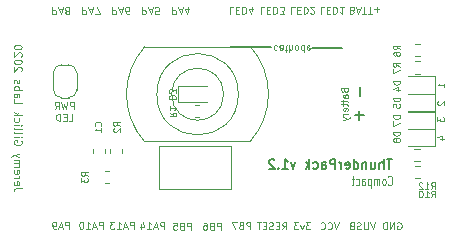
<source format=gbr>
G04 #@! TF.GenerationSoftware,KiCad,Pcbnew,(5.1.8-0-10_14)*
G04 #@! TF.CreationDate,2021-01-26T20:48:40-08:00*
G04 #@! TF.ProjectId,Compact,436f6d70-6163-4742-9e6b-696361645f70,rev?*
G04 #@! TF.SameCoordinates,Original*
G04 #@! TF.FileFunction,Legend,Bot*
G04 #@! TF.FilePolarity,Positive*
%FSLAX46Y46*%
G04 Gerber Fmt 4.6, Leading zero omitted, Abs format (unit mm)*
G04 Created by KiCad (PCBNEW (5.1.8-0-10_14)) date 2021-01-26 20:48:40*
%MOMM*%
%LPD*%
G01*
G04 APERTURE LIST*
%ADD10C,0.150000*%
%ADD11C,0.100000*%
%ADD12C,0.120000*%
G04 APERTURE END LIST*
D10*
X150750000Y-93075000D02*
X147250000Y-93075000D01*
X154225000Y-93100000D02*
X156750000Y-93100000D01*
D11*
X151217857Y-92927380D02*
X151165476Y-92901190D01*
X151060714Y-92901190D01*
X151008333Y-92927380D01*
X150982142Y-92953571D01*
X150955952Y-93005952D01*
X150955952Y-93163095D01*
X150982142Y-93215476D01*
X151008333Y-93241666D01*
X151060714Y-93267857D01*
X151165476Y-93267857D01*
X151217857Y-93241666D01*
X151689285Y-92901190D02*
X151689285Y-93189285D01*
X151663095Y-93241666D01*
X151610714Y-93267857D01*
X151505952Y-93267857D01*
X151453571Y-93241666D01*
X151689285Y-92927380D02*
X151636904Y-92901190D01*
X151505952Y-92901190D01*
X151453571Y-92927380D01*
X151427380Y-92979761D01*
X151427380Y-93032142D01*
X151453571Y-93084523D01*
X151505952Y-93110714D01*
X151636904Y-93110714D01*
X151689285Y-93136904D01*
X151872619Y-93267857D02*
X152082142Y-93267857D01*
X151951190Y-93451190D02*
X151951190Y-92979761D01*
X151977380Y-92927380D01*
X152029761Y-92901190D01*
X152082142Y-92901190D01*
X152265476Y-92901190D02*
X152265476Y-93451190D01*
X152501190Y-92901190D02*
X152501190Y-93189285D01*
X152475000Y-93241666D01*
X152422619Y-93267857D01*
X152344047Y-93267857D01*
X152291666Y-93241666D01*
X152265476Y-93215476D01*
X152841666Y-92901190D02*
X152789285Y-92927380D01*
X152763095Y-92953571D01*
X152736904Y-93005952D01*
X152736904Y-93163095D01*
X152763095Y-93215476D01*
X152789285Y-93241666D01*
X152841666Y-93267857D01*
X152920238Y-93267857D01*
X152972619Y-93241666D01*
X152998809Y-93215476D01*
X153025000Y-93163095D01*
X153025000Y-93005952D01*
X152998809Y-92953571D01*
X152972619Y-92927380D01*
X152920238Y-92901190D01*
X152841666Y-92901190D01*
X153496428Y-92901190D02*
X153496428Y-93451190D01*
X153496428Y-92927380D02*
X153444047Y-92901190D01*
X153339285Y-92901190D01*
X153286904Y-92927380D01*
X153260714Y-92953571D01*
X153234523Y-93005952D01*
X153234523Y-93163095D01*
X153260714Y-93215476D01*
X153286904Y-93241666D01*
X153339285Y-93267857D01*
X153444047Y-93267857D01*
X153496428Y-93241666D01*
X153967857Y-92927380D02*
X153915476Y-92901190D01*
X153810714Y-92901190D01*
X153758333Y-92927380D01*
X153732142Y-92979761D01*
X153732142Y-93189285D01*
X153758333Y-93241666D01*
X153810714Y-93267857D01*
X153915476Y-93267857D01*
X153967857Y-93241666D01*
X153994047Y-93189285D01*
X153994047Y-93136904D01*
X153732142Y-93084523D01*
X165007142Y-100829761D02*
X165373809Y-100829761D01*
X164797619Y-100698809D02*
X165190476Y-100567857D01*
X165190476Y-100908333D01*
X164798809Y-99016666D02*
X164798809Y-99357142D01*
X165008333Y-99173809D01*
X165008333Y-99252380D01*
X165034523Y-99304761D01*
X165060714Y-99330952D01*
X165113095Y-99357142D01*
X165244047Y-99357142D01*
X165296428Y-99330952D01*
X165322619Y-99304761D01*
X165348809Y-99252380D01*
X165348809Y-99095238D01*
X165322619Y-99042857D01*
X165296428Y-99016666D01*
X164851190Y-97642857D02*
X164825000Y-97669047D01*
X164798809Y-97721428D01*
X164798809Y-97852380D01*
X164825000Y-97904761D01*
X164851190Y-97930952D01*
X164903571Y-97957142D01*
X164955952Y-97957142D01*
X165034523Y-97930952D01*
X165348809Y-97616666D01*
X165348809Y-97957142D01*
X165373809Y-96457142D02*
X165373809Y-96142857D01*
X165373809Y-96300000D02*
X164823809Y-96300000D01*
X164902380Y-96247619D01*
X164954761Y-96195238D01*
X164980952Y-96142857D01*
X134025000Y-98296428D02*
X134025000Y-97696428D01*
X133796428Y-97696428D01*
X133739285Y-97725000D01*
X133710714Y-97753571D01*
X133682142Y-97810714D01*
X133682142Y-97896428D01*
X133710714Y-97953571D01*
X133739285Y-97982142D01*
X133796428Y-98010714D01*
X134025000Y-98010714D01*
X133482142Y-97696428D02*
X133339285Y-98296428D01*
X133225000Y-97867857D01*
X133110714Y-98296428D01*
X132967857Y-97696428D01*
X132396428Y-98296428D02*
X132596428Y-98010714D01*
X132739285Y-98296428D02*
X132739285Y-97696428D01*
X132510714Y-97696428D01*
X132453571Y-97725000D01*
X132425000Y-97753571D01*
X132396428Y-97810714D01*
X132396428Y-97896428D01*
X132425000Y-97953571D01*
X132453571Y-97982142D01*
X132510714Y-98010714D01*
X132739285Y-98010714D01*
X133610714Y-99296428D02*
X133896428Y-99296428D01*
X133896428Y-98696428D01*
X133410714Y-98982142D02*
X133210714Y-98982142D01*
X133125000Y-99296428D02*
X133410714Y-99296428D01*
X133410714Y-98696428D01*
X133125000Y-98696428D01*
X132867857Y-99296428D02*
X132867857Y-98696428D01*
X132725000Y-98696428D01*
X132639285Y-98725000D01*
X132582142Y-98782142D01*
X132553571Y-98839285D01*
X132525000Y-98953571D01*
X132525000Y-99039285D01*
X132553571Y-99153571D01*
X132582142Y-99210714D01*
X132639285Y-99267857D01*
X132725000Y-99296428D01*
X132867857Y-99296428D01*
D12*
X157607142Y-89942857D02*
X157692857Y-89914285D01*
X157721428Y-89885714D01*
X157750000Y-89828571D01*
X157750000Y-89742857D01*
X157721428Y-89685714D01*
X157692857Y-89657142D01*
X157635714Y-89628571D01*
X157407142Y-89628571D01*
X157407142Y-90228571D01*
X157607142Y-90228571D01*
X157664285Y-90200000D01*
X157692857Y-90171428D01*
X157721428Y-90114285D01*
X157721428Y-90057142D01*
X157692857Y-90000000D01*
X157664285Y-89971428D01*
X157607142Y-89942857D01*
X157407142Y-89942857D01*
X157978571Y-89800000D02*
X158264285Y-89800000D01*
X157921428Y-89628571D02*
X158121428Y-90228571D01*
X158321428Y-89628571D01*
X158435714Y-90228571D02*
X158778571Y-90228571D01*
X158607142Y-89628571D02*
X158607142Y-90228571D01*
X158892857Y-90228571D02*
X159235714Y-90228571D01*
X159064285Y-89628571D02*
X159064285Y-90228571D01*
X159435714Y-89857142D02*
X159892857Y-89857142D01*
X159664285Y-89628571D02*
X159664285Y-90085714D01*
D11*
X160629761Y-104665714D02*
X160655952Y-104703809D01*
X160734523Y-104741904D01*
X160786904Y-104741904D01*
X160865476Y-104703809D01*
X160917857Y-104627619D01*
X160944047Y-104551428D01*
X160970238Y-104399047D01*
X160970238Y-104284761D01*
X160944047Y-104132380D01*
X160917857Y-104056190D01*
X160865476Y-103980000D01*
X160786904Y-103941904D01*
X160734523Y-103941904D01*
X160655952Y-103980000D01*
X160629761Y-104018095D01*
X160315476Y-104741904D02*
X160367857Y-104703809D01*
X160394047Y-104665714D01*
X160420238Y-104589523D01*
X160420238Y-104360952D01*
X160394047Y-104284761D01*
X160367857Y-104246666D01*
X160315476Y-104208571D01*
X160236904Y-104208571D01*
X160184523Y-104246666D01*
X160158333Y-104284761D01*
X160132142Y-104360952D01*
X160132142Y-104589523D01*
X160158333Y-104665714D01*
X160184523Y-104703809D01*
X160236904Y-104741904D01*
X160315476Y-104741904D01*
X159896428Y-104741904D02*
X159896428Y-104208571D01*
X159896428Y-104284761D02*
X159870238Y-104246666D01*
X159817857Y-104208571D01*
X159739285Y-104208571D01*
X159686904Y-104246666D01*
X159660714Y-104322857D01*
X159660714Y-104741904D01*
X159660714Y-104322857D02*
X159634523Y-104246666D01*
X159582142Y-104208571D01*
X159503571Y-104208571D01*
X159451190Y-104246666D01*
X159425000Y-104322857D01*
X159425000Y-104741904D01*
X159163095Y-104208571D02*
X159163095Y-105008571D01*
X159163095Y-104246666D02*
X159110714Y-104208571D01*
X159005952Y-104208571D01*
X158953571Y-104246666D01*
X158927380Y-104284761D01*
X158901190Y-104360952D01*
X158901190Y-104589523D01*
X158927380Y-104665714D01*
X158953571Y-104703809D01*
X159005952Y-104741904D01*
X159110714Y-104741904D01*
X159163095Y-104703809D01*
X158429761Y-104741904D02*
X158429761Y-104322857D01*
X158455952Y-104246666D01*
X158508333Y-104208571D01*
X158613095Y-104208571D01*
X158665476Y-104246666D01*
X158429761Y-104703809D02*
X158482142Y-104741904D01*
X158613095Y-104741904D01*
X158665476Y-104703809D01*
X158691666Y-104627619D01*
X158691666Y-104551428D01*
X158665476Y-104475238D01*
X158613095Y-104437142D01*
X158482142Y-104437142D01*
X158429761Y-104399047D01*
X157932142Y-104703809D02*
X157984523Y-104741904D01*
X158089285Y-104741904D01*
X158141666Y-104703809D01*
X158167857Y-104665714D01*
X158194047Y-104589523D01*
X158194047Y-104360952D01*
X158167857Y-104284761D01*
X158141666Y-104246666D01*
X158089285Y-104208571D01*
X157984523Y-104208571D01*
X157932142Y-104246666D01*
X157775000Y-104208571D02*
X157565476Y-104208571D01*
X157696428Y-103941904D02*
X157696428Y-104627619D01*
X157670238Y-104703809D01*
X157617857Y-104741904D01*
X157565476Y-104741904D01*
D10*
X160966309Y-102541904D02*
X160509166Y-102541904D01*
X160737738Y-103341904D02*
X160737738Y-102541904D01*
X160242500Y-103341904D02*
X160242500Y-102541904D01*
X159899642Y-103341904D02*
X159899642Y-102922857D01*
X159937738Y-102846666D01*
X160013928Y-102808571D01*
X160128214Y-102808571D01*
X160204404Y-102846666D01*
X160242500Y-102884761D01*
X159175833Y-102808571D02*
X159175833Y-103341904D01*
X159518690Y-102808571D02*
X159518690Y-103227619D01*
X159480595Y-103303809D01*
X159404404Y-103341904D01*
X159290119Y-103341904D01*
X159213928Y-103303809D01*
X159175833Y-103265714D01*
X158794880Y-102808571D02*
X158794880Y-103341904D01*
X158794880Y-102884761D02*
X158756785Y-102846666D01*
X158680595Y-102808571D01*
X158566309Y-102808571D01*
X158490119Y-102846666D01*
X158452023Y-102922857D01*
X158452023Y-103341904D01*
X157728214Y-103341904D02*
X157728214Y-102541904D01*
X157728214Y-103303809D02*
X157804404Y-103341904D01*
X157956785Y-103341904D01*
X158032976Y-103303809D01*
X158071071Y-103265714D01*
X158109166Y-103189523D01*
X158109166Y-102960952D01*
X158071071Y-102884761D01*
X158032976Y-102846666D01*
X157956785Y-102808571D01*
X157804404Y-102808571D01*
X157728214Y-102846666D01*
X157042500Y-103303809D02*
X157118690Y-103341904D01*
X157271071Y-103341904D01*
X157347261Y-103303809D01*
X157385357Y-103227619D01*
X157385357Y-102922857D01*
X157347261Y-102846666D01*
X157271071Y-102808571D01*
X157118690Y-102808571D01*
X157042500Y-102846666D01*
X157004404Y-102922857D01*
X157004404Y-102999047D01*
X157385357Y-103075238D01*
X156661547Y-103341904D02*
X156661547Y-102808571D01*
X156661547Y-102960952D02*
X156623452Y-102884761D01*
X156585357Y-102846666D01*
X156509166Y-102808571D01*
X156432976Y-102808571D01*
X156166309Y-103341904D02*
X156166309Y-102541904D01*
X155861547Y-102541904D01*
X155785357Y-102580000D01*
X155747261Y-102618095D01*
X155709166Y-102694285D01*
X155709166Y-102808571D01*
X155747261Y-102884761D01*
X155785357Y-102922857D01*
X155861547Y-102960952D01*
X156166309Y-102960952D01*
X155023452Y-103341904D02*
X155023452Y-102922857D01*
X155061547Y-102846666D01*
X155137738Y-102808571D01*
X155290119Y-102808571D01*
X155366309Y-102846666D01*
X155023452Y-103303809D02*
X155099642Y-103341904D01*
X155290119Y-103341904D01*
X155366309Y-103303809D01*
X155404404Y-103227619D01*
X155404404Y-103151428D01*
X155366309Y-103075238D01*
X155290119Y-103037142D01*
X155099642Y-103037142D01*
X155023452Y-102999047D01*
X154299642Y-103303809D02*
X154375833Y-103341904D01*
X154528214Y-103341904D01*
X154604404Y-103303809D01*
X154642500Y-103265714D01*
X154680595Y-103189523D01*
X154680595Y-102960952D01*
X154642500Y-102884761D01*
X154604404Y-102846666D01*
X154528214Y-102808571D01*
X154375833Y-102808571D01*
X154299642Y-102846666D01*
X153956785Y-103341904D02*
X153956785Y-102541904D01*
X153880595Y-103037142D02*
X153652023Y-103341904D01*
X153652023Y-102808571D02*
X153956785Y-103113333D01*
X152775833Y-102808571D02*
X152585357Y-103341904D01*
X152394880Y-102808571D01*
X151671071Y-103341904D02*
X152128214Y-103341904D01*
X151899642Y-103341904D02*
X151899642Y-102541904D01*
X151975833Y-102656190D01*
X152052023Y-102732380D01*
X152128214Y-102770476D01*
X151328214Y-103265714D02*
X151290119Y-103303809D01*
X151328214Y-103341904D01*
X151366309Y-103303809D01*
X151328214Y-103265714D01*
X151328214Y-103341904D01*
X150985357Y-102618095D02*
X150947261Y-102580000D01*
X150871071Y-102541904D01*
X150680595Y-102541904D01*
X150604404Y-102580000D01*
X150566309Y-102618095D01*
X150528214Y-102694285D01*
X150528214Y-102770476D01*
X150566309Y-102884761D01*
X151023452Y-103341904D01*
X150528214Y-103341904D01*
D11*
X129605952Y-105008333D02*
X129141666Y-105008333D01*
X129048809Y-105039285D01*
X128986904Y-105101190D01*
X128955952Y-105194047D01*
X128955952Y-105255952D01*
X128986904Y-104451190D02*
X128955952Y-104513095D01*
X128955952Y-104636904D01*
X128986904Y-104698809D01*
X129048809Y-104729761D01*
X129296428Y-104729761D01*
X129358333Y-104698809D01*
X129389285Y-104636904D01*
X129389285Y-104513095D01*
X129358333Y-104451190D01*
X129296428Y-104420238D01*
X129234523Y-104420238D01*
X129172619Y-104729761D01*
X128955952Y-104141666D02*
X129389285Y-104141666D01*
X129265476Y-104141666D02*
X129327380Y-104110714D01*
X129358333Y-104079761D01*
X129389285Y-104017857D01*
X129389285Y-103955952D01*
X128986904Y-103491666D02*
X128955952Y-103553571D01*
X128955952Y-103677380D01*
X128986904Y-103739285D01*
X129048809Y-103770238D01*
X129296428Y-103770238D01*
X129358333Y-103739285D01*
X129389285Y-103677380D01*
X129389285Y-103553571D01*
X129358333Y-103491666D01*
X129296428Y-103460714D01*
X129234523Y-103460714D01*
X129172619Y-103770238D01*
X128955952Y-103182142D02*
X129389285Y-103182142D01*
X129327380Y-103182142D02*
X129358333Y-103151190D01*
X129389285Y-103089285D01*
X129389285Y-102996428D01*
X129358333Y-102934523D01*
X129296428Y-102903571D01*
X128955952Y-102903571D01*
X129296428Y-102903571D02*
X129358333Y-102872619D01*
X129389285Y-102810714D01*
X129389285Y-102717857D01*
X129358333Y-102655952D01*
X129296428Y-102625000D01*
X128955952Y-102625000D01*
X129389285Y-102377380D02*
X128955952Y-102222619D01*
X129389285Y-102067857D02*
X128955952Y-102222619D01*
X128801190Y-102284523D01*
X128770238Y-102315476D01*
X128739285Y-102377380D01*
X129575000Y-100984523D02*
X129605952Y-101046428D01*
X129605952Y-101139285D01*
X129575000Y-101232142D01*
X129513095Y-101294047D01*
X129451190Y-101325000D01*
X129327380Y-101355952D01*
X129234523Y-101355952D01*
X129110714Y-101325000D01*
X129048809Y-101294047D01*
X128986904Y-101232142D01*
X128955952Y-101139285D01*
X128955952Y-101077380D01*
X128986904Y-100984523D01*
X129017857Y-100953571D01*
X129234523Y-100953571D01*
X129234523Y-101077380D01*
X128955952Y-100675000D02*
X129389285Y-100675000D01*
X129605952Y-100675000D02*
X129575000Y-100705952D01*
X129544047Y-100675000D01*
X129575000Y-100644047D01*
X129605952Y-100675000D01*
X129544047Y-100675000D01*
X128955952Y-100272619D02*
X128986904Y-100334523D01*
X129048809Y-100365476D01*
X129605952Y-100365476D01*
X128955952Y-99932142D02*
X128986904Y-99994047D01*
X129048809Y-100025000D01*
X129605952Y-100025000D01*
X128955952Y-99684523D02*
X129389285Y-99684523D01*
X129605952Y-99684523D02*
X129575000Y-99715476D01*
X129544047Y-99684523D01*
X129575000Y-99653571D01*
X129605952Y-99684523D01*
X129544047Y-99684523D01*
X128986904Y-99096428D02*
X128955952Y-99158333D01*
X128955952Y-99282142D01*
X128986904Y-99344047D01*
X129017857Y-99375000D01*
X129079761Y-99405952D01*
X129265476Y-99405952D01*
X129327380Y-99375000D01*
X129358333Y-99344047D01*
X129389285Y-99282142D01*
X129389285Y-99158333D01*
X129358333Y-99096428D01*
X128955952Y-98817857D02*
X129605952Y-98817857D01*
X129203571Y-98755952D02*
X128955952Y-98570238D01*
X129389285Y-98570238D02*
X129141666Y-98817857D01*
X128955952Y-97486904D02*
X128955952Y-97796428D01*
X129605952Y-97796428D01*
X128955952Y-96991666D02*
X129296428Y-96991666D01*
X129358333Y-97022619D01*
X129389285Y-97084523D01*
X129389285Y-97208333D01*
X129358333Y-97270238D01*
X128986904Y-96991666D02*
X128955952Y-97053571D01*
X128955952Y-97208333D01*
X128986904Y-97270238D01*
X129048809Y-97301190D01*
X129110714Y-97301190D01*
X129172619Y-97270238D01*
X129203571Y-97208333D01*
X129203571Y-97053571D01*
X129234523Y-96991666D01*
X128955952Y-96682142D02*
X129605952Y-96682142D01*
X129358333Y-96682142D02*
X129389285Y-96620238D01*
X129389285Y-96496428D01*
X129358333Y-96434523D01*
X129327380Y-96403571D01*
X129265476Y-96372619D01*
X129079761Y-96372619D01*
X129017857Y-96403571D01*
X128986904Y-96434523D01*
X128955952Y-96496428D01*
X128955952Y-96620238D01*
X128986904Y-96682142D01*
X128986904Y-96125000D02*
X128955952Y-96063095D01*
X128955952Y-95939285D01*
X128986904Y-95877380D01*
X129048809Y-95846428D01*
X129079761Y-95846428D01*
X129141666Y-95877380D01*
X129172619Y-95939285D01*
X129172619Y-96032142D01*
X129203571Y-96094047D01*
X129265476Y-96125000D01*
X129296428Y-96125000D01*
X129358333Y-96094047D01*
X129389285Y-96032142D01*
X129389285Y-95939285D01*
X129358333Y-95877380D01*
X129544047Y-95103571D02*
X129575000Y-95072619D01*
X129605952Y-95010714D01*
X129605952Y-94855952D01*
X129575000Y-94794047D01*
X129544047Y-94763095D01*
X129482142Y-94732142D01*
X129420238Y-94732142D01*
X129327380Y-94763095D01*
X128955952Y-95134523D01*
X128955952Y-94732142D01*
X129605952Y-94329761D02*
X129605952Y-94267857D01*
X129575000Y-94205952D01*
X129544047Y-94175000D01*
X129482142Y-94144047D01*
X129358333Y-94113095D01*
X129203571Y-94113095D01*
X129079761Y-94144047D01*
X129017857Y-94175000D01*
X128986904Y-94205952D01*
X128955952Y-94267857D01*
X128955952Y-94329761D01*
X128986904Y-94391666D01*
X129017857Y-94422619D01*
X129079761Y-94453571D01*
X129203571Y-94484523D01*
X129358333Y-94484523D01*
X129482142Y-94453571D01*
X129544047Y-94422619D01*
X129575000Y-94391666D01*
X129605952Y-94329761D01*
X129544047Y-93865476D02*
X129575000Y-93834523D01*
X129605952Y-93772619D01*
X129605952Y-93617857D01*
X129575000Y-93555952D01*
X129544047Y-93525000D01*
X129482142Y-93494047D01*
X129420238Y-93494047D01*
X129327380Y-93525000D01*
X128955952Y-93896428D01*
X128955952Y-93494047D01*
X129605952Y-93091666D02*
X129605952Y-93029761D01*
X129575000Y-92967857D01*
X129544047Y-92936904D01*
X129482142Y-92905952D01*
X129358333Y-92875000D01*
X129203571Y-92875000D01*
X129079761Y-92905952D01*
X129017857Y-92936904D01*
X128986904Y-92967857D01*
X128955952Y-93029761D01*
X128955952Y-93091666D01*
X128986904Y-93153571D01*
X129017857Y-93184523D01*
X129079761Y-93215476D01*
X129203571Y-93246428D01*
X129358333Y-93246428D01*
X129482142Y-93215476D01*
X129544047Y-93184523D01*
X129575000Y-93153571D01*
X129605952Y-93091666D01*
D12*
X141660714Y-108456428D02*
X141660714Y-107856428D01*
X141432142Y-107856428D01*
X141375000Y-107885000D01*
X141346428Y-107913571D01*
X141317857Y-107970714D01*
X141317857Y-108056428D01*
X141346428Y-108113571D01*
X141375000Y-108142142D01*
X141432142Y-108170714D01*
X141660714Y-108170714D01*
X141089285Y-108285000D02*
X140803571Y-108285000D01*
X141146428Y-108456428D02*
X140946428Y-107856428D01*
X140746428Y-108456428D01*
X140232142Y-108456428D02*
X140575000Y-108456428D01*
X140403571Y-108456428D02*
X140403571Y-107856428D01*
X140460714Y-107942142D01*
X140517857Y-107999285D01*
X140575000Y-108027857D01*
X139717857Y-108056428D02*
X139717857Y-108456428D01*
X139860714Y-107827857D02*
X140003571Y-108256428D01*
X139632142Y-108256428D01*
X143917857Y-108516428D02*
X143917857Y-107916428D01*
X143689285Y-107916428D01*
X143632142Y-107945000D01*
X143603571Y-107973571D01*
X143575000Y-108030714D01*
X143575000Y-108116428D01*
X143603571Y-108173571D01*
X143632142Y-108202142D01*
X143689285Y-108230714D01*
X143917857Y-108230714D01*
X143117857Y-108202142D02*
X143032142Y-108230714D01*
X143003571Y-108259285D01*
X142975000Y-108316428D01*
X142975000Y-108402142D01*
X143003571Y-108459285D01*
X143032142Y-108487857D01*
X143089285Y-108516428D01*
X143317857Y-108516428D01*
X143317857Y-107916428D01*
X143117857Y-107916428D01*
X143060714Y-107945000D01*
X143032142Y-107973571D01*
X143003571Y-108030714D01*
X143003571Y-108087857D01*
X143032142Y-108145000D01*
X143060714Y-108173571D01*
X143117857Y-108202142D01*
X143317857Y-108202142D01*
X142432142Y-107916428D02*
X142717857Y-107916428D01*
X142746428Y-108202142D01*
X142717857Y-108173571D01*
X142660714Y-108145000D01*
X142517857Y-108145000D01*
X142460714Y-108173571D01*
X142432142Y-108202142D01*
X142403571Y-108259285D01*
X142403571Y-108402142D01*
X142432142Y-108459285D01*
X142460714Y-108487857D01*
X142517857Y-108516428D01*
X142660714Y-108516428D01*
X142717857Y-108487857D01*
X142746428Y-108459285D01*
X146457857Y-108516428D02*
X146457857Y-107916428D01*
X146229285Y-107916428D01*
X146172142Y-107945000D01*
X146143571Y-107973571D01*
X146115000Y-108030714D01*
X146115000Y-108116428D01*
X146143571Y-108173571D01*
X146172142Y-108202142D01*
X146229285Y-108230714D01*
X146457857Y-108230714D01*
X145657857Y-108202142D02*
X145572142Y-108230714D01*
X145543571Y-108259285D01*
X145515000Y-108316428D01*
X145515000Y-108402142D01*
X145543571Y-108459285D01*
X145572142Y-108487857D01*
X145629285Y-108516428D01*
X145857857Y-108516428D01*
X145857857Y-107916428D01*
X145657857Y-107916428D01*
X145600714Y-107945000D01*
X145572142Y-107973571D01*
X145543571Y-108030714D01*
X145543571Y-108087857D01*
X145572142Y-108145000D01*
X145600714Y-108173571D01*
X145657857Y-108202142D01*
X145857857Y-108202142D01*
X145000714Y-107916428D02*
X145115000Y-107916428D01*
X145172142Y-107945000D01*
X145200714Y-107973571D01*
X145257857Y-108059285D01*
X145286428Y-108173571D01*
X145286428Y-108402142D01*
X145257857Y-108459285D01*
X145229285Y-108487857D01*
X145172142Y-108516428D01*
X145057857Y-108516428D01*
X145000714Y-108487857D01*
X144972142Y-108459285D01*
X144943571Y-108402142D01*
X144943571Y-108259285D01*
X144972142Y-108202142D01*
X145000714Y-108173571D01*
X145057857Y-108145000D01*
X145172142Y-108145000D01*
X145229285Y-108173571D01*
X145257857Y-108202142D01*
X145286428Y-108259285D01*
X148977857Y-108476428D02*
X148977857Y-107876428D01*
X148749285Y-107876428D01*
X148692142Y-107905000D01*
X148663571Y-107933571D01*
X148635000Y-107990714D01*
X148635000Y-108076428D01*
X148663571Y-108133571D01*
X148692142Y-108162142D01*
X148749285Y-108190714D01*
X148977857Y-108190714D01*
X148177857Y-108162142D02*
X148092142Y-108190714D01*
X148063571Y-108219285D01*
X148035000Y-108276428D01*
X148035000Y-108362142D01*
X148063571Y-108419285D01*
X148092142Y-108447857D01*
X148149285Y-108476428D01*
X148377857Y-108476428D01*
X148377857Y-107876428D01*
X148177857Y-107876428D01*
X148120714Y-107905000D01*
X148092142Y-107933571D01*
X148063571Y-107990714D01*
X148063571Y-108047857D01*
X148092142Y-108105000D01*
X148120714Y-108133571D01*
X148177857Y-108162142D01*
X148377857Y-108162142D01*
X147835000Y-107876428D02*
X147435000Y-107876428D01*
X147692142Y-108476428D01*
X151666428Y-108486428D02*
X151866428Y-108200714D01*
X152009285Y-108486428D02*
X152009285Y-107886428D01*
X151780714Y-107886428D01*
X151723571Y-107915000D01*
X151695000Y-107943571D01*
X151666428Y-108000714D01*
X151666428Y-108086428D01*
X151695000Y-108143571D01*
X151723571Y-108172142D01*
X151780714Y-108200714D01*
X152009285Y-108200714D01*
X151409285Y-108172142D02*
X151209285Y-108172142D01*
X151123571Y-108486428D02*
X151409285Y-108486428D01*
X151409285Y-107886428D01*
X151123571Y-107886428D01*
X150895000Y-108457857D02*
X150809285Y-108486428D01*
X150666428Y-108486428D01*
X150609285Y-108457857D01*
X150580714Y-108429285D01*
X150552142Y-108372142D01*
X150552142Y-108315000D01*
X150580714Y-108257857D01*
X150609285Y-108229285D01*
X150666428Y-108200714D01*
X150780714Y-108172142D01*
X150837857Y-108143571D01*
X150866428Y-108115000D01*
X150895000Y-108057857D01*
X150895000Y-108000714D01*
X150866428Y-107943571D01*
X150837857Y-107915000D01*
X150780714Y-107886428D01*
X150637857Y-107886428D01*
X150552142Y-107915000D01*
X150295000Y-108172142D02*
X150095000Y-108172142D01*
X150009285Y-108486428D02*
X150295000Y-108486428D01*
X150295000Y-107886428D01*
X150009285Y-107886428D01*
X149837857Y-107886428D02*
X149495000Y-107886428D01*
X149666428Y-108486428D02*
X149666428Y-107886428D01*
X154049285Y-107896428D02*
X153677857Y-107896428D01*
X153877857Y-108125000D01*
X153792142Y-108125000D01*
X153735000Y-108153571D01*
X153706428Y-108182142D01*
X153677857Y-108239285D01*
X153677857Y-108382142D01*
X153706428Y-108439285D01*
X153735000Y-108467857D01*
X153792142Y-108496428D01*
X153963571Y-108496428D01*
X154020714Y-108467857D01*
X154049285Y-108439285D01*
X153477857Y-108096428D02*
X153335000Y-108496428D01*
X153192142Y-108096428D01*
X153020714Y-107896428D02*
X152649285Y-107896428D01*
X152849285Y-108125000D01*
X152763571Y-108125000D01*
X152706428Y-108153571D01*
X152677857Y-108182142D01*
X152649285Y-108239285D01*
X152649285Y-108382142D01*
X152677857Y-108439285D01*
X152706428Y-108467857D01*
X152763571Y-108496428D01*
X152935000Y-108496428D01*
X152992142Y-108467857D01*
X153020714Y-108439285D01*
X156455000Y-107896428D02*
X156255000Y-108496428D01*
X156055000Y-107896428D01*
X155512142Y-108439285D02*
X155540714Y-108467857D01*
X155626428Y-108496428D01*
X155683571Y-108496428D01*
X155769285Y-108467857D01*
X155826428Y-108410714D01*
X155855000Y-108353571D01*
X155883571Y-108239285D01*
X155883571Y-108153571D01*
X155855000Y-108039285D01*
X155826428Y-107982142D01*
X155769285Y-107925000D01*
X155683571Y-107896428D01*
X155626428Y-107896428D01*
X155540714Y-107925000D01*
X155512142Y-107953571D01*
X154912142Y-108439285D02*
X154940714Y-108467857D01*
X155026428Y-108496428D01*
X155083571Y-108496428D01*
X155169285Y-108467857D01*
X155226428Y-108410714D01*
X155255000Y-108353571D01*
X155283571Y-108239285D01*
X155283571Y-108153571D01*
X155255000Y-108039285D01*
X155226428Y-107982142D01*
X155169285Y-107925000D01*
X155083571Y-107896428D01*
X155026428Y-107896428D01*
X154940714Y-107925000D01*
X154912142Y-107953571D01*
X159515000Y-107896428D02*
X159315000Y-108496428D01*
X159115000Y-107896428D01*
X158915000Y-107896428D02*
X158915000Y-108382142D01*
X158886428Y-108439285D01*
X158857857Y-108467857D01*
X158800714Y-108496428D01*
X158686428Y-108496428D01*
X158629285Y-108467857D01*
X158600714Y-108439285D01*
X158572142Y-108382142D01*
X158572142Y-107896428D01*
X158315000Y-108467857D02*
X158229285Y-108496428D01*
X158086428Y-108496428D01*
X158029285Y-108467857D01*
X158000714Y-108439285D01*
X157972142Y-108382142D01*
X157972142Y-108325000D01*
X158000714Y-108267857D01*
X158029285Y-108239285D01*
X158086428Y-108210714D01*
X158200714Y-108182142D01*
X158257857Y-108153571D01*
X158286428Y-108125000D01*
X158315000Y-108067857D01*
X158315000Y-108010714D01*
X158286428Y-107953571D01*
X158257857Y-107925000D01*
X158200714Y-107896428D01*
X158057857Y-107896428D01*
X157972142Y-107925000D01*
X157515000Y-108182142D02*
X157429285Y-108210714D01*
X157400714Y-108239285D01*
X157372142Y-108296428D01*
X157372142Y-108382142D01*
X157400714Y-108439285D01*
X157429285Y-108467857D01*
X157486428Y-108496428D01*
X157715000Y-108496428D01*
X157715000Y-107896428D01*
X157515000Y-107896428D01*
X157457857Y-107925000D01*
X157429285Y-107953571D01*
X157400714Y-108010714D01*
X157400714Y-108067857D01*
X157429285Y-108125000D01*
X157457857Y-108153571D01*
X157515000Y-108182142D01*
X157715000Y-108182142D01*
X161422142Y-107925000D02*
X161479285Y-107896428D01*
X161565000Y-107896428D01*
X161650714Y-107925000D01*
X161707857Y-107982142D01*
X161736428Y-108039285D01*
X161765000Y-108153571D01*
X161765000Y-108239285D01*
X161736428Y-108353571D01*
X161707857Y-108410714D01*
X161650714Y-108467857D01*
X161565000Y-108496428D01*
X161507857Y-108496428D01*
X161422142Y-108467857D01*
X161393571Y-108439285D01*
X161393571Y-108239285D01*
X161507857Y-108239285D01*
X161136428Y-108496428D02*
X161136428Y-107896428D01*
X160793571Y-108496428D01*
X160793571Y-107896428D01*
X160507857Y-108496428D02*
X160507857Y-107896428D01*
X160365000Y-107896428D01*
X160279285Y-107925000D01*
X160222142Y-107982142D01*
X160193571Y-108039285D01*
X160165000Y-108153571D01*
X160165000Y-108239285D01*
X160193571Y-108353571D01*
X160222142Y-108410714D01*
X160279285Y-108467857D01*
X160365000Y-108496428D01*
X160507857Y-108496428D01*
X139090714Y-108446428D02*
X139090714Y-107846428D01*
X138862142Y-107846428D01*
X138805000Y-107875000D01*
X138776428Y-107903571D01*
X138747857Y-107960714D01*
X138747857Y-108046428D01*
X138776428Y-108103571D01*
X138805000Y-108132142D01*
X138862142Y-108160714D01*
X139090714Y-108160714D01*
X138519285Y-108275000D02*
X138233571Y-108275000D01*
X138576428Y-108446428D02*
X138376428Y-107846428D01*
X138176428Y-108446428D01*
X137662142Y-108446428D02*
X138005000Y-108446428D01*
X137833571Y-108446428D02*
X137833571Y-107846428D01*
X137890714Y-107932142D01*
X137947857Y-107989285D01*
X138005000Y-108017857D01*
X137462142Y-107846428D02*
X137090714Y-107846428D01*
X137290714Y-108075000D01*
X137205000Y-108075000D01*
X137147857Y-108103571D01*
X137119285Y-108132142D01*
X137090714Y-108189285D01*
X137090714Y-108332142D01*
X137119285Y-108389285D01*
X137147857Y-108417857D01*
X137205000Y-108446428D01*
X137376428Y-108446428D01*
X137433571Y-108417857D01*
X137462142Y-108389285D01*
X136480714Y-108446428D02*
X136480714Y-107846428D01*
X136252142Y-107846428D01*
X136195000Y-107875000D01*
X136166428Y-107903571D01*
X136137857Y-107960714D01*
X136137857Y-108046428D01*
X136166428Y-108103571D01*
X136195000Y-108132142D01*
X136252142Y-108160714D01*
X136480714Y-108160714D01*
X135909285Y-108275000D02*
X135623571Y-108275000D01*
X135966428Y-108446428D02*
X135766428Y-107846428D01*
X135566428Y-108446428D01*
X135052142Y-108446428D02*
X135395000Y-108446428D01*
X135223571Y-108446428D02*
X135223571Y-107846428D01*
X135280714Y-107932142D01*
X135337857Y-107989285D01*
X135395000Y-108017857D01*
X134680714Y-107846428D02*
X134623571Y-107846428D01*
X134566428Y-107875000D01*
X134537857Y-107903571D01*
X134509285Y-107960714D01*
X134480714Y-108075000D01*
X134480714Y-108217857D01*
X134509285Y-108332142D01*
X134537857Y-108389285D01*
X134566428Y-108417857D01*
X134623571Y-108446428D01*
X134680714Y-108446428D01*
X134737857Y-108417857D01*
X134766428Y-108389285D01*
X134795000Y-108332142D01*
X134823571Y-108217857D01*
X134823571Y-108075000D01*
X134795000Y-107960714D01*
X134766428Y-107903571D01*
X134737857Y-107875000D01*
X134680714Y-107846428D01*
X133625000Y-108446428D02*
X133625000Y-107846428D01*
X133396428Y-107846428D01*
X133339285Y-107875000D01*
X133310714Y-107903571D01*
X133282142Y-107960714D01*
X133282142Y-108046428D01*
X133310714Y-108103571D01*
X133339285Y-108132142D01*
X133396428Y-108160714D01*
X133625000Y-108160714D01*
X133053571Y-108275000D02*
X132767857Y-108275000D01*
X133110714Y-108446428D02*
X132910714Y-107846428D01*
X132710714Y-108446428D01*
X132482142Y-108446428D02*
X132367857Y-108446428D01*
X132310714Y-108417857D01*
X132282142Y-108389285D01*
X132225000Y-108303571D01*
X132196428Y-108189285D01*
X132196428Y-107960714D01*
X132225000Y-107903571D01*
X132253571Y-107875000D01*
X132310714Y-107846428D01*
X132425000Y-107846428D01*
X132482142Y-107875000D01*
X132510714Y-107903571D01*
X132539285Y-107960714D01*
X132539285Y-108103571D01*
X132510714Y-108160714D01*
X132482142Y-108189285D01*
X132425000Y-108217857D01*
X132310714Y-108217857D01*
X132253571Y-108189285D01*
X132225000Y-108160714D01*
X132196428Y-108103571D01*
X132205000Y-89648571D02*
X132205000Y-90248571D01*
X132433571Y-90248571D01*
X132490714Y-90220000D01*
X132519285Y-90191428D01*
X132547857Y-90134285D01*
X132547857Y-90048571D01*
X132519285Y-89991428D01*
X132490714Y-89962857D01*
X132433571Y-89934285D01*
X132205000Y-89934285D01*
X132776428Y-89820000D02*
X133062142Y-89820000D01*
X132719285Y-89648571D02*
X132919285Y-90248571D01*
X133119285Y-89648571D01*
X133405000Y-89991428D02*
X133347857Y-90020000D01*
X133319285Y-90048571D01*
X133290714Y-90105714D01*
X133290714Y-90134285D01*
X133319285Y-90191428D01*
X133347857Y-90220000D01*
X133405000Y-90248571D01*
X133519285Y-90248571D01*
X133576428Y-90220000D01*
X133605000Y-90191428D01*
X133633571Y-90134285D01*
X133633571Y-90105714D01*
X133605000Y-90048571D01*
X133576428Y-90020000D01*
X133519285Y-89991428D01*
X133405000Y-89991428D01*
X133347857Y-89962857D01*
X133319285Y-89934285D01*
X133290714Y-89877142D01*
X133290714Y-89762857D01*
X133319285Y-89705714D01*
X133347857Y-89677142D01*
X133405000Y-89648571D01*
X133519285Y-89648571D01*
X133576428Y-89677142D01*
X133605000Y-89705714D01*
X133633571Y-89762857D01*
X133633571Y-89877142D01*
X133605000Y-89934285D01*
X133576428Y-89962857D01*
X133519285Y-89991428D01*
X134745000Y-89648571D02*
X134745000Y-90248571D01*
X134973571Y-90248571D01*
X135030714Y-90220000D01*
X135059285Y-90191428D01*
X135087857Y-90134285D01*
X135087857Y-90048571D01*
X135059285Y-89991428D01*
X135030714Y-89962857D01*
X134973571Y-89934285D01*
X134745000Y-89934285D01*
X135316428Y-89820000D02*
X135602142Y-89820000D01*
X135259285Y-89648571D02*
X135459285Y-90248571D01*
X135659285Y-89648571D01*
X135802142Y-90248571D02*
X136202142Y-90248571D01*
X135945000Y-89648571D01*
X137285000Y-89648571D02*
X137285000Y-90248571D01*
X137513571Y-90248571D01*
X137570714Y-90220000D01*
X137599285Y-90191428D01*
X137627857Y-90134285D01*
X137627857Y-90048571D01*
X137599285Y-89991428D01*
X137570714Y-89962857D01*
X137513571Y-89934285D01*
X137285000Y-89934285D01*
X137856428Y-89820000D02*
X138142142Y-89820000D01*
X137799285Y-89648571D02*
X137999285Y-90248571D01*
X138199285Y-89648571D01*
X138656428Y-90248571D02*
X138542142Y-90248571D01*
X138485000Y-90220000D01*
X138456428Y-90191428D01*
X138399285Y-90105714D01*
X138370714Y-89991428D01*
X138370714Y-89762857D01*
X138399285Y-89705714D01*
X138427857Y-89677142D01*
X138485000Y-89648571D01*
X138599285Y-89648571D01*
X138656428Y-89677142D01*
X138685000Y-89705714D01*
X138713571Y-89762857D01*
X138713571Y-89905714D01*
X138685000Y-89962857D01*
X138656428Y-89991428D01*
X138599285Y-90020000D01*
X138485000Y-90020000D01*
X138427857Y-89991428D01*
X138399285Y-89962857D01*
X138370714Y-89905714D01*
X139800000Y-89653571D02*
X139800000Y-90253571D01*
X140028571Y-90253571D01*
X140085714Y-90225000D01*
X140114285Y-90196428D01*
X140142857Y-90139285D01*
X140142857Y-90053571D01*
X140114285Y-89996428D01*
X140085714Y-89967857D01*
X140028571Y-89939285D01*
X139800000Y-89939285D01*
X140371428Y-89825000D02*
X140657142Y-89825000D01*
X140314285Y-89653571D02*
X140514285Y-90253571D01*
X140714285Y-89653571D01*
X141200000Y-90253571D02*
X140914285Y-90253571D01*
X140885714Y-89967857D01*
X140914285Y-89996428D01*
X140971428Y-90025000D01*
X141114285Y-90025000D01*
X141171428Y-89996428D01*
X141200000Y-89967857D01*
X141228571Y-89910714D01*
X141228571Y-89767857D01*
X141200000Y-89710714D01*
X141171428Y-89682142D01*
X141114285Y-89653571D01*
X140971428Y-89653571D01*
X140914285Y-89682142D01*
X140885714Y-89710714D01*
X142350000Y-89653571D02*
X142350000Y-90253571D01*
X142578571Y-90253571D01*
X142635714Y-90225000D01*
X142664285Y-90196428D01*
X142692857Y-90139285D01*
X142692857Y-90053571D01*
X142664285Y-89996428D01*
X142635714Y-89967857D01*
X142578571Y-89939285D01*
X142350000Y-89939285D01*
X142921428Y-89825000D02*
X143207142Y-89825000D01*
X142864285Y-89653571D02*
X143064285Y-90253571D01*
X143264285Y-89653571D01*
X143721428Y-90053571D02*
X143721428Y-89653571D01*
X143578571Y-90282142D02*
X143435714Y-89853571D01*
X143807142Y-89853571D01*
X147528571Y-89628571D02*
X147242857Y-89628571D01*
X147242857Y-90228571D01*
X147728571Y-89942857D02*
X147928571Y-89942857D01*
X148014285Y-89628571D02*
X147728571Y-89628571D01*
X147728571Y-90228571D01*
X148014285Y-90228571D01*
X148271428Y-89628571D02*
X148271428Y-90228571D01*
X148414285Y-90228571D01*
X148500000Y-90200000D01*
X148557142Y-90142857D01*
X148585714Y-90085714D01*
X148614285Y-89971428D01*
X148614285Y-89885714D01*
X148585714Y-89771428D01*
X148557142Y-89714285D01*
X148500000Y-89657142D01*
X148414285Y-89628571D01*
X148271428Y-89628571D01*
X149128571Y-90028571D02*
X149128571Y-89628571D01*
X148985714Y-90257142D02*
X148842857Y-89828571D01*
X149214285Y-89828571D01*
X150158571Y-89638571D02*
X149872857Y-89638571D01*
X149872857Y-90238571D01*
X150358571Y-89952857D02*
X150558571Y-89952857D01*
X150644285Y-89638571D02*
X150358571Y-89638571D01*
X150358571Y-90238571D01*
X150644285Y-90238571D01*
X150901428Y-89638571D02*
X150901428Y-90238571D01*
X151044285Y-90238571D01*
X151130000Y-90210000D01*
X151187142Y-90152857D01*
X151215714Y-90095714D01*
X151244285Y-89981428D01*
X151244285Y-89895714D01*
X151215714Y-89781428D01*
X151187142Y-89724285D01*
X151130000Y-89667142D01*
X151044285Y-89638571D01*
X150901428Y-89638571D01*
X151444285Y-90238571D02*
X151815714Y-90238571D01*
X151615714Y-90010000D01*
X151701428Y-90010000D01*
X151758571Y-89981428D01*
X151787142Y-89952857D01*
X151815714Y-89895714D01*
X151815714Y-89752857D01*
X151787142Y-89695714D01*
X151758571Y-89667142D01*
X151701428Y-89638571D01*
X151530000Y-89638571D01*
X151472857Y-89667142D01*
X151444285Y-89695714D01*
X152728571Y-89638571D02*
X152442857Y-89638571D01*
X152442857Y-90238571D01*
X152928571Y-89952857D02*
X153128571Y-89952857D01*
X153214285Y-89638571D02*
X152928571Y-89638571D01*
X152928571Y-90238571D01*
X153214285Y-90238571D01*
X153471428Y-89638571D02*
X153471428Y-90238571D01*
X153614285Y-90238571D01*
X153700000Y-90210000D01*
X153757142Y-90152857D01*
X153785714Y-90095714D01*
X153814285Y-89981428D01*
X153814285Y-89895714D01*
X153785714Y-89781428D01*
X153757142Y-89724285D01*
X153700000Y-89667142D01*
X153614285Y-89638571D01*
X153471428Y-89638571D01*
X154042857Y-90181428D02*
X154071428Y-90210000D01*
X154128571Y-90238571D01*
X154271428Y-90238571D01*
X154328571Y-90210000D01*
X154357142Y-90181428D01*
X154385714Y-90124285D01*
X154385714Y-90067142D01*
X154357142Y-89981428D01*
X154014285Y-89638571D01*
X154385714Y-89638571D01*
X155218571Y-89638571D02*
X154932857Y-89638571D01*
X154932857Y-90238571D01*
X155418571Y-89952857D02*
X155618571Y-89952857D01*
X155704285Y-89638571D02*
X155418571Y-89638571D01*
X155418571Y-90238571D01*
X155704285Y-90238571D01*
X155961428Y-89638571D02*
X155961428Y-90238571D01*
X156104285Y-90238571D01*
X156190000Y-90210000D01*
X156247142Y-90152857D01*
X156275714Y-90095714D01*
X156304285Y-89981428D01*
X156304285Y-89895714D01*
X156275714Y-89781428D01*
X156247142Y-89724285D01*
X156190000Y-89667142D01*
X156104285Y-89638571D01*
X155961428Y-89638571D01*
X156875714Y-89638571D02*
X156532857Y-89638571D01*
X156704285Y-89638571D02*
X156704285Y-90238571D01*
X156647142Y-90152857D01*
X156590000Y-90095714D01*
X156532857Y-90067142D01*
D10*
X158271428Y-97230952D02*
X158271428Y-96469047D01*
X157819047Y-98821428D02*
X158580952Y-98821428D01*
X158200000Y-99202380D02*
X158200000Y-98440476D01*
D11*
X156920714Y-96730714D02*
X156946904Y-96809285D01*
X156973095Y-96835476D01*
X157025476Y-96861666D01*
X157104047Y-96861666D01*
X157156428Y-96835476D01*
X157182619Y-96809285D01*
X157208809Y-96756904D01*
X157208809Y-96547380D01*
X156658809Y-96547380D01*
X156658809Y-96730714D01*
X156685000Y-96783095D01*
X156711190Y-96809285D01*
X156763571Y-96835476D01*
X156815952Y-96835476D01*
X156868333Y-96809285D01*
X156894523Y-96783095D01*
X156920714Y-96730714D01*
X156920714Y-96547380D01*
X157208809Y-97333095D02*
X156920714Y-97333095D01*
X156868333Y-97306904D01*
X156842142Y-97254523D01*
X156842142Y-97149761D01*
X156868333Y-97097380D01*
X157182619Y-97333095D02*
X157208809Y-97280714D01*
X157208809Y-97149761D01*
X157182619Y-97097380D01*
X157130238Y-97071190D01*
X157077857Y-97071190D01*
X157025476Y-97097380D01*
X156999285Y-97149761D01*
X156999285Y-97280714D01*
X156973095Y-97333095D01*
X156842142Y-97516428D02*
X156842142Y-97725952D01*
X156658809Y-97595000D02*
X157130238Y-97595000D01*
X157182619Y-97621190D01*
X157208809Y-97673571D01*
X157208809Y-97725952D01*
X156842142Y-97830714D02*
X156842142Y-98040238D01*
X156658809Y-97909285D02*
X157130238Y-97909285D01*
X157182619Y-97935476D01*
X157208809Y-97987857D01*
X157208809Y-98040238D01*
X157182619Y-98433095D02*
X157208809Y-98380714D01*
X157208809Y-98275952D01*
X157182619Y-98223571D01*
X157130238Y-98197380D01*
X156920714Y-98197380D01*
X156868333Y-98223571D01*
X156842142Y-98275952D01*
X156842142Y-98380714D01*
X156868333Y-98433095D01*
X156920714Y-98459285D01*
X156973095Y-98459285D01*
X157025476Y-98197380D01*
X157208809Y-98695000D02*
X156842142Y-98695000D01*
X156946904Y-98695000D02*
X156894523Y-98721190D01*
X156868333Y-98747380D01*
X156842142Y-98799761D01*
X156842142Y-98852142D01*
X156842142Y-98983095D02*
X157208809Y-99114047D01*
X156842142Y-99245000D02*
X157208809Y-99114047D01*
X157339761Y-99061666D01*
X157365952Y-99035476D01*
X157392142Y-98983095D01*
D12*
X163337258Y-102702500D02*
X162862742Y-102702500D01*
X163337258Y-101657500D02*
X162862742Y-101657500D01*
X163347258Y-104162500D02*
X162872742Y-104162500D01*
X163347258Y-103117500D02*
X162872742Y-103117500D01*
X163357258Y-93832500D02*
X162882742Y-93832500D01*
X163357258Y-92787500D02*
X162882742Y-92787500D01*
X163347258Y-95302500D02*
X162872742Y-95302500D01*
X163347258Y-94257500D02*
X162872742Y-94257500D01*
X164575000Y-101455000D02*
X162290000Y-101455000D01*
X164575000Y-99985000D02*
X164575000Y-101455000D01*
X162290000Y-99985000D02*
X164575000Y-99985000D01*
X164595000Y-99975000D02*
X162310000Y-99975000D01*
X164595000Y-98505000D02*
X164595000Y-99975000D01*
X162310000Y-98505000D02*
X164595000Y-98505000D01*
X164595000Y-98515000D02*
X162310000Y-98515000D01*
X164595000Y-97045000D02*
X164595000Y-98515000D01*
X162310000Y-97045000D02*
X164595000Y-97045000D01*
X164585000Y-97015000D02*
X162300000Y-97015000D01*
X164585000Y-95545000D02*
X164585000Y-97015000D01*
X162300000Y-95545000D02*
X164585000Y-95545000D01*
D11*
X148950000Y-101050000D02*
X140000000Y-101050000D01*
X140025679Y-93021297D02*
X148975679Y-93021297D01*
X147950000Y-97050000D02*
G75*
G03*
X147950000Y-97050000I-3450000J0D01*
G01*
X146700000Y-97050000D02*
G75*
G03*
X146700000Y-97050000I-2200000J0D01*
G01*
X148950000Y-101050000D02*
G75*
G03*
X148975679Y-93021297I-4474321J4028703D01*
G01*
X140025679Y-93021297D02*
G75*
G03*
X140000000Y-101050000I4474321J-4028703D01*
G01*
D12*
X132975000Y-97350000D02*
X133575000Y-97350000D01*
X132275000Y-95250000D02*
X132275000Y-96650000D01*
X133575000Y-94550000D02*
X132975000Y-94550000D01*
X134275000Y-96650000D02*
X134275000Y-95250000D01*
X133575000Y-97350000D02*
G75*
G03*
X134275000Y-96650000I0J700000D01*
G01*
X132275000Y-96650000D02*
G75*
G03*
X132975000Y-97350000I700000J0D01*
G01*
X132975000Y-94550000D02*
G75*
G03*
X132275000Y-95250000I0J-700000D01*
G01*
X134275000Y-95250000D02*
G75*
G03*
X133575000Y-94550000I-700000J0D01*
G01*
X147360000Y-105070000D02*
X147360000Y-101450000D01*
X141240000Y-105070000D02*
X147360000Y-105070000D01*
X141240000Y-101450000D02*
X141240000Y-105070000D01*
X147360000Y-101450000D02*
X141240000Y-101450000D01*
X137022779Y-103565000D02*
X136697221Y-103565000D01*
X137022779Y-104585000D02*
X136697221Y-104585000D01*
X136660000Y-102012779D02*
X136660000Y-101687221D01*
X135640000Y-102012779D02*
X135640000Y-101687221D01*
X137100000Y-102022779D02*
X137100000Y-101697221D01*
X138120000Y-102022779D02*
X138120000Y-101697221D01*
X145300000Y-97735000D02*
X142815000Y-97735000D01*
X142815000Y-97735000D02*
X142815000Y-96365000D01*
X142815000Y-96365000D02*
X145300000Y-96365000D01*
X144637779Y-97965000D02*
X144312221Y-97965000D01*
X144637779Y-98985000D02*
X144312221Y-98985000D01*
D11*
X164253571Y-105048809D02*
X164436904Y-104786904D01*
X164567857Y-105048809D02*
X164567857Y-104498809D01*
X164358333Y-104498809D01*
X164305952Y-104525000D01*
X164279761Y-104551190D01*
X164253571Y-104603571D01*
X164253571Y-104682142D01*
X164279761Y-104734523D01*
X164305952Y-104760714D01*
X164358333Y-104786904D01*
X164567857Y-104786904D01*
X163729761Y-105048809D02*
X164044047Y-105048809D01*
X163886904Y-105048809D02*
X163886904Y-104498809D01*
X163939285Y-104577380D01*
X163991666Y-104629761D01*
X164044047Y-104655952D01*
X163520238Y-104551190D02*
X163494047Y-104525000D01*
X163441666Y-104498809D01*
X163310714Y-104498809D01*
X163258333Y-104525000D01*
X163232142Y-104551190D01*
X163205952Y-104603571D01*
X163205952Y-104655952D01*
X163232142Y-104734523D01*
X163546428Y-105048809D01*
X163205952Y-105048809D01*
X164278571Y-105773809D02*
X164461904Y-105511904D01*
X164592857Y-105773809D02*
X164592857Y-105223809D01*
X164383333Y-105223809D01*
X164330952Y-105250000D01*
X164304761Y-105276190D01*
X164278571Y-105328571D01*
X164278571Y-105407142D01*
X164304761Y-105459523D01*
X164330952Y-105485714D01*
X164383333Y-105511904D01*
X164592857Y-105511904D01*
X163754761Y-105773809D02*
X164069047Y-105773809D01*
X163911904Y-105773809D02*
X163911904Y-105223809D01*
X163964285Y-105302380D01*
X164016666Y-105354761D01*
X164069047Y-105380952D01*
X163414285Y-105223809D02*
X163361904Y-105223809D01*
X163309523Y-105250000D01*
X163283333Y-105276190D01*
X163257142Y-105328571D01*
X163230952Y-105433333D01*
X163230952Y-105564285D01*
X163257142Y-105669047D01*
X163283333Y-105721428D01*
X163309523Y-105747619D01*
X163361904Y-105773809D01*
X163414285Y-105773809D01*
X163466666Y-105747619D01*
X163492857Y-105721428D01*
X163519047Y-105669047D01*
X163545238Y-105564285D01*
X163545238Y-105433333D01*
X163519047Y-105328571D01*
X163492857Y-105276190D01*
X163466666Y-105250000D01*
X163414285Y-105223809D01*
X161623809Y-93258333D02*
X161361904Y-93075000D01*
X161623809Y-92944047D02*
X161073809Y-92944047D01*
X161073809Y-93153571D01*
X161100000Y-93205952D01*
X161126190Y-93232142D01*
X161178571Y-93258333D01*
X161257142Y-93258333D01*
X161309523Y-93232142D01*
X161335714Y-93205952D01*
X161361904Y-93153571D01*
X161361904Y-92944047D01*
X161309523Y-93572619D02*
X161283333Y-93520238D01*
X161257142Y-93494047D01*
X161204761Y-93467857D01*
X161178571Y-93467857D01*
X161126190Y-93494047D01*
X161100000Y-93520238D01*
X161073809Y-93572619D01*
X161073809Y-93677380D01*
X161100000Y-93729761D01*
X161126190Y-93755952D01*
X161178571Y-93782142D01*
X161204761Y-93782142D01*
X161257142Y-93755952D01*
X161283333Y-93729761D01*
X161309523Y-93677380D01*
X161309523Y-93572619D01*
X161335714Y-93520238D01*
X161361904Y-93494047D01*
X161414285Y-93467857D01*
X161519047Y-93467857D01*
X161571428Y-93494047D01*
X161597619Y-93520238D01*
X161623809Y-93572619D01*
X161623809Y-93677380D01*
X161597619Y-93729761D01*
X161571428Y-93755952D01*
X161519047Y-93782142D01*
X161414285Y-93782142D01*
X161361904Y-93755952D01*
X161335714Y-93729761D01*
X161309523Y-93677380D01*
X161598809Y-94708333D02*
X161336904Y-94525000D01*
X161598809Y-94394047D02*
X161048809Y-94394047D01*
X161048809Y-94603571D01*
X161075000Y-94655952D01*
X161101190Y-94682142D01*
X161153571Y-94708333D01*
X161232142Y-94708333D01*
X161284523Y-94682142D01*
X161310714Y-94655952D01*
X161336904Y-94603571D01*
X161336904Y-94394047D01*
X161048809Y-94891666D02*
X161048809Y-95258333D01*
X161598809Y-95022619D01*
X161623809Y-100244047D02*
X161073809Y-100244047D01*
X161073809Y-100375000D01*
X161100000Y-100453571D01*
X161152380Y-100505952D01*
X161204761Y-100532142D01*
X161309523Y-100558333D01*
X161388095Y-100558333D01*
X161492857Y-100532142D01*
X161545238Y-100505952D01*
X161597619Y-100453571D01*
X161623809Y-100375000D01*
X161623809Y-100244047D01*
X161309523Y-100872619D02*
X161283333Y-100820238D01*
X161257142Y-100794047D01*
X161204761Y-100767857D01*
X161178571Y-100767857D01*
X161126190Y-100794047D01*
X161100000Y-100820238D01*
X161073809Y-100872619D01*
X161073809Y-100977380D01*
X161100000Y-101029761D01*
X161126190Y-101055952D01*
X161178571Y-101082142D01*
X161204761Y-101082142D01*
X161257142Y-101055952D01*
X161283333Y-101029761D01*
X161309523Y-100977380D01*
X161309523Y-100872619D01*
X161335714Y-100820238D01*
X161361904Y-100794047D01*
X161414285Y-100767857D01*
X161519047Y-100767857D01*
X161571428Y-100794047D01*
X161597619Y-100820238D01*
X161623809Y-100872619D01*
X161623809Y-100977380D01*
X161597619Y-101029761D01*
X161571428Y-101055952D01*
X161519047Y-101082142D01*
X161414285Y-101082142D01*
X161361904Y-101055952D01*
X161335714Y-101029761D01*
X161309523Y-100977380D01*
X161623809Y-98834047D02*
X161073809Y-98834047D01*
X161073809Y-98965000D01*
X161100000Y-99043571D01*
X161152380Y-99095952D01*
X161204761Y-99122142D01*
X161309523Y-99148333D01*
X161388095Y-99148333D01*
X161492857Y-99122142D01*
X161545238Y-99095952D01*
X161597619Y-99043571D01*
X161623809Y-98965000D01*
X161623809Y-98834047D01*
X161073809Y-99331666D02*
X161073809Y-99698333D01*
X161623809Y-99462619D01*
X161623809Y-97344047D02*
X161073809Y-97344047D01*
X161073809Y-97475000D01*
X161100000Y-97553571D01*
X161152380Y-97605952D01*
X161204761Y-97632142D01*
X161309523Y-97658333D01*
X161388095Y-97658333D01*
X161492857Y-97632142D01*
X161545238Y-97605952D01*
X161597619Y-97553571D01*
X161623809Y-97475000D01*
X161623809Y-97344047D01*
X161073809Y-98155952D02*
X161073809Y-97894047D01*
X161335714Y-97867857D01*
X161309523Y-97894047D01*
X161283333Y-97946428D01*
X161283333Y-98077380D01*
X161309523Y-98129761D01*
X161335714Y-98155952D01*
X161388095Y-98182142D01*
X161519047Y-98182142D01*
X161571428Y-98155952D01*
X161597619Y-98129761D01*
X161623809Y-98077380D01*
X161623809Y-97946428D01*
X161597619Y-97894047D01*
X161571428Y-97867857D01*
X161623809Y-95919047D02*
X161073809Y-95919047D01*
X161073809Y-96050000D01*
X161100000Y-96128571D01*
X161152380Y-96180952D01*
X161204761Y-96207142D01*
X161309523Y-96233333D01*
X161388095Y-96233333D01*
X161492857Y-96207142D01*
X161545238Y-96180952D01*
X161597619Y-96128571D01*
X161623809Y-96050000D01*
X161623809Y-95919047D01*
X161257142Y-96704761D02*
X161623809Y-96704761D01*
X161047619Y-96573809D02*
X161440476Y-96442857D01*
X161440476Y-96783333D01*
X135198809Y-103958333D02*
X134936904Y-103775000D01*
X135198809Y-103644047D02*
X134648809Y-103644047D01*
X134648809Y-103853571D01*
X134675000Y-103905952D01*
X134701190Y-103932142D01*
X134753571Y-103958333D01*
X134832142Y-103958333D01*
X134884523Y-103932142D01*
X134910714Y-103905952D01*
X134936904Y-103853571D01*
X134936904Y-103644047D01*
X134648809Y-104141666D02*
X134648809Y-104482142D01*
X134858333Y-104298809D01*
X134858333Y-104377380D01*
X134884523Y-104429761D01*
X134910714Y-104455952D01*
X134963095Y-104482142D01*
X135094047Y-104482142D01*
X135146428Y-104455952D01*
X135172619Y-104429761D01*
X135198809Y-104377380D01*
X135198809Y-104220238D01*
X135172619Y-104167857D01*
X135146428Y-104141666D01*
X136296428Y-99708333D02*
X136322619Y-99682142D01*
X136348809Y-99603571D01*
X136348809Y-99551190D01*
X136322619Y-99472619D01*
X136270238Y-99420238D01*
X136217857Y-99394047D01*
X136113095Y-99367857D01*
X136034523Y-99367857D01*
X135929761Y-99394047D01*
X135877380Y-99420238D01*
X135825000Y-99472619D01*
X135798809Y-99551190D01*
X135798809Y-99603571D01*
X135825000Y-99682142D01*
X135851190Y-99708333D01*
X136348809Y-100232142D02*
X136348809Y-99917857D01*
X136348809Y-100075000D02*
X135798809Y-100075000D01*
X135877380Y-100022619D01*
X135929761Y-99970238D01*
X135955952Y-99917857D01*
X137908809Y-99718333D02*
X137646904Y-99535000D01*
X137908809Y-99404047D02*
X137358809Y-99404047D01*
X137358809Y-99613571D01*
X137385000Y-99665952D01*
X137411190Y-99692142D01*
X137463571Y-99718333D01*
X137542142Y-99718333D01*
X137594523Y-99692142D01*
X137620714Y-99665952D01*
X137646904Y-99613571D01*
X137646904Y-99404047D01*
X137411190Y-99927857D02*
X137385000Y-99954047D01*
X137358809Y-100006428D01*
X137358809Y-100137380D01*
X137385000Y-100189761D01*
X137411190Y-100215952D01*
X137463571Y-100242142D01*
X137515952Y-100242142D01*
X137594523Y-100215952D01*
X137908809Y-99901666D01*
X137908809Y-100242142D01*
X142081190Y-97435952D02*
X142631190Y-97435952D01*
X142631190Y-97305000D01*
X142605000Y-97226428D01*
X142552619Y-97174047D01*
X142500238Y-97147857D01*
X142395476Y-97121666D01*
X142316904Y-97121666D01*
X142212142Y-97147857D01*
X142159761Y-97174047D01*
X142107380Y-97226428D01*
X142081190Y-97305000D01*
X142081190Y-97435952D01*
X142631190Y-96938333D02*
X142631190Y-96597857D01*
X142421666Y-96781190D01*
X142421666Y-96702619D01*
X142395476Y-96650238D01*
X142369285Y-96624047D01*
X142316904Y-96597857D01*
X142185952Y-96597857D01*
X142133571Y-96624047D01*
X142107380Y-96650238D01*
X142081190Y-96702619D01*
X142081190Y-96859761D01*
X142107380Y-96912142D01*
X142133571Y-96938333D01*
X142131190Y-98611666D02*
X142393095Y-98795000D01*
X142131190Y-98925952D02*
X142681190Y-98925952D01*
X142681190Y-98716428D01*
X142655000Y-98664047D01*
X142628809Y-98637857D01*
X142576428Y-98611666D01*
X142497857Y-98611666D01*
X142445476Y-98637857D01*
X142419285Y-98664047D01*
X142393095Y-98716428D01*
X142393095Y-98925952D01*
X142131190Y-98087857D02*
X142131190Y-98402142D01*
X142131190Y-98245000D02*
X142681190Y-98245000D01*
X142602619Y-98297380D01*
X142550238Y-98349761D01*
X142524047Y-98402142D01*
M02*

</source>
